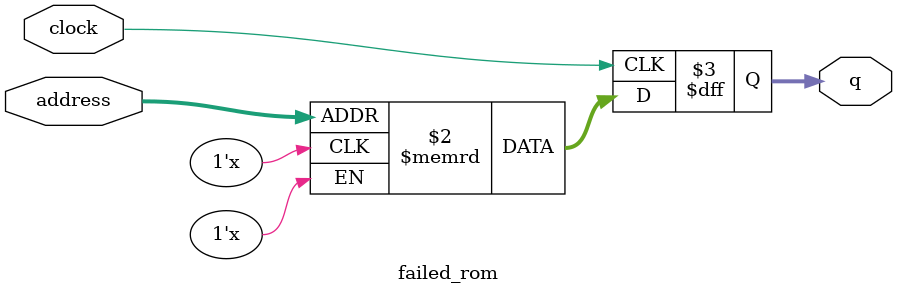
<source format=sv>
module failed_rom (
	input logic clock,
	input logic [18:0] address,
	output logic [3:0] q
);

logic [3:0] memory [0:307199] /* synthesis ram_init_file = "./failed/failed.mif" */;

always_ff @ (posedge clock) begin
	q <= memory[address];
end

endmodule

</source>
